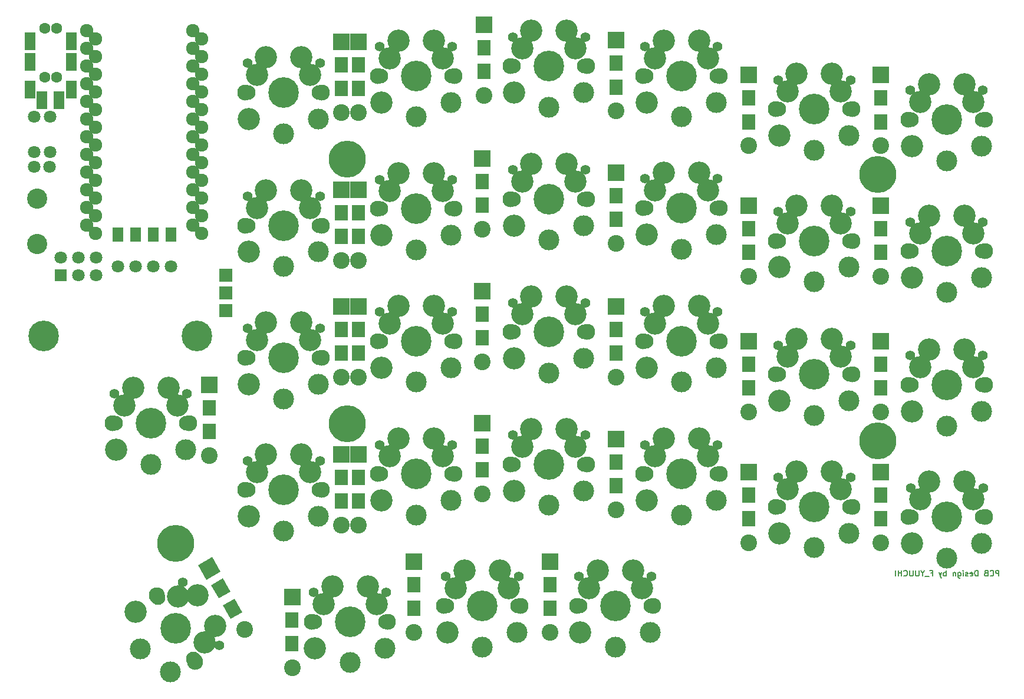
<source format=gbr>
G04 #@! TF.GenerationSoftware,KiCad,Pcbnew,5.1.6-c6e7f7d~87~ubuntu20.04.1*
G04 #@! TF.CreationDate,2020-10-17T21:04:39+01:00*
G04 #@! TF.ProjectId,Lily58,4c696c79-3538-42e6-9b69-6361645f7063,rev?*
G04 #@! TF.SameCoordinates,Original*
G04 #@! TF.FileFunction,Soldermask,Bot*
G04 #@! TF.FilePolarity,Negative*
%FSLAX46Y46*%
G04 Gerber Fmt 4.6, Leading zero omitted, Abs format (unit mm)*
G04 Created by KiCad (PCBNEW 5.1.6-c6e7f7d~87~ubuntu20.04.1) date 2020-10-17 21:04:39*
%MOMM*%
%LPD*%
G01*
G04 APERTURE LIST*
%ADD10C,0.200000*%
%ADD11C,1.600000*%
%ADD12R,1.600000X2.500000*%
%ADD13R,1.900000X2.200000*%
%ADD14C,2.398980*%
%ADD15R,2.398980X2.398980*%
%ADD16C,0.100000*%
%ADD17C,4.400000*%
%ADD18C,5.300000*%
%ADD19R,1.797000X1.797000*%
%ADD20C,1.797000*%
%ADD21C,2.900000*%
%ADD22C,1.924000*%
%ADD23C,1.400000*%
%ADD24C,3.000000*%
%ADD25C,3.200000*%
%ADD26C,2.100000*%
%ADD27C,2.300000*%
%ADD28R,1.924000X1.924000*%
%ADD29R,1.543000X1.035000*%
G04 APERTURE END LIST*
D10*
X223209523Y-119461904D02*
X223209523Y-118661904D01*
X222904761Y-118661904D01*
X222828571Y-118700000D01*
X222790476Y-118738095D01*
X222752380Y-118814285D01*
X222752380Y-118928571D01*
X222790476Y-119004761D01*
X222828571Y-119042857D01*
X222904761Y-119080952D01*
X223209523Y-119080952D01*
X221952380Y-119385714D02*
X221990476Y-119423809D01*
X222104761Y-119461904D01*
X222180952Y-119461904D01*
X222295238Y-119423809D01*
X222371428Y-119347619D01*
X222409523Y-119271428D01*
X222447619Y-119119047D01*
X222447619Y-119004761D01*
X222409523Y-118852380D01*
X222371428Y-118776190D01*
X222295238Y-118700000D01*
X222180952Y-118661904D01*
X222104761Y-118661904D01*
X221990476Y-118700000D01*
X221952380Y-118738095D01*
X221342857Y-119042857D02*
X221228571Y-119080952D01*
X221190476Y-119119047D01*
X221152380Y-119195238D01*
X221152380Y-119309523D01*
X221190476Y-119385714D01*
X221228571Y-119423809D01*
X221304761Y-119461904D01*
X221609523Y-119461904D01*
X221609523Y-118661904D01*
X221342857Y-118661904D01*
X221266666Y-118700000D01*
X221228571Y-118738095D01*
X221190476Y-118814285D01*
X221190476Y-118890476D01*
X221228571Y-118966666D01*
X221266666Y-119004761D01*
X221342857Y-119042857D01*
X221609523Y-119042857D01*
X220200000Y-119461904D02*
X220200000Y-118661904D01*
X220009523Y-118661904D01*
X219895238Y-118700000D01*
X219819047Y-118776190D01*
X219780952Y-118852380D01*
X219742857Y-119004761D01*
X219742857Y-119119047D01*
X219780952Y-119271428D01*
X219819047Y-119347619D01*
X219895238Y-119423809D01*
X220009523Y-119461904D01*
X220200000Y-119461904D01*
X219095238Y-119423809D02*
X219171428Y-119461904D01*
X219323809Y-119461904D01*
X219400000Y-119423809D01*
X219438095Y-119347619D01*
X219438095Y-119042857D01*
X219400000Y-118966666D01*
X219323809Y-118928571D01*
X219171428Y-118928571D01*
X219095238Y-118966666D01*
X219057142Y-119042857D01*
X219057142Y-119119047D01*
X219438095Y-119195238D01*
X218752380Y-119423809D02*
X218676190Y-119461904D01*
X218523809Y-119461904D01*
X218447619Y-119423809D01*
X218409523Y-119347619D01*
X218409523Y-119309523D01*
X218447619Y-119233333D01*
X218523809Y-119195238D01*
X218638095Y-119195238D01*
X218714285Y-119157142D01*
X218752380Y-119080952D01*
X218752380Y-119042857D01*
X218714285Y-118966666D01*
X218638095Y-118928571D01*
X218523809Y-118928571D01*
X218447619Y-118966666D01*
X218066666Y-119461904D02*
X218066666Y-118928571D01*
X218066666Y-118661904D02*
X218104761Y-118700000D01*
X218066666Y-118738095D01*
X218028571Y-118700000D01*
X218066666Y-118661904D01*
X218066666Y-118738095D01*
X217342857Y-118928571D02*
X217342857Y-119576190D01*
X217380952Y-119652380D01*
X217419047Y-119690476D01*
X217495238Y-119728571D01*
X217609523Y-119728571D01*
X217685714Y-119690476D01*
X217342857Y-119423809D02*
X217419047Y-119461904D01*
X217571428Y-119461904D01*
X217647619Y-119423809D01*
X217685714Y-119385714D01*
X217723809Y-119309523D01*
X217723809Y-119080952D01*
X217685714Y-119004761D01*
X217647619Y-118966666D01*
X217571428Y-118928571D01*
X217419047Y-118928571D01*
X217342857Y-118966666D01*
X216961904Y-118928571D02*
X216961904Y-119461904D01*
X216961904Y-119004761D02*
X216923809Y-118966666D01*
X216847619Y-118928571D01*
X216733333Y-118928571D01*
X216657142Y-118966666D01*
X216619047Y-119042857D01*
X216619047Y-119461904D01*
X215628571Y-119461904D02*
X215628571Y-118661904D01*
X215628571Y-118966666D02*
X215552380Y-118928571D01*
X215400000Y-118928571D01*
X215323809Y-118966666D01*
X215285714Y-119004761D01*
X215247619Y-119080952D01*
X215247619Y-119309523D01*
X215285714Y-119385714D01*
X215323809Y-119423809D01*
X215400000Y-119461904D01*
X215552380Y-119461904D01*
X215628571Y-119423809D01*
X214980952Y-118928571D02*
X214790476Y-119461904D01*
X214600000Y-118928571D02*
X214790476Y-119461904D01*
X214866666Y-119652380D01*
X214904761Y-119690476D01*
X214980952Y-119728571D01*
X213419047Y-119042857D02*
X213685714Y-119042857D01*
X213685714Y-119461904D02*
X213685714Y-118661904D01*
X213304761Y-118661904D01*
X213190476Y-119538095D02*
X212580952Y-119538095D01*
X212238095Y-119080952D02*
X212238095Y-119461904D01*
X212504761Y-118661904D02*
X212238095Y-119080952D01*
X211971428Y-118661904D01*
X211704761Y-118661904D02*
X211704761Y-119309523D01*
X211666666Y-119385714D01*
X211628571Y-119423809D01*
X211552380Y-119461904D01*
X211400000Y-119461904D01*
X211323809Y-119423809D01*
X211285714Y-119385714D01*
X211247619Y-119309523D01*
X211247619Y-118661904D01*
X210866666Y-118661904D02*
X210866666Y-119309523D01*
X210828571Y-119385714D01*
X210790476Y-119423809D01*
X210714285Y-119461904D01*
X210561904Y-119461904D01*
X210485714Y-119423809D01*
X210447619Y-119385714D01*
X210409523Y-119309523D01*
X210409523Y-118661904D01*
X209571428Y-119385714D02*
X209609523Y-119423809D01*
X209723809Y-119461904D01*
X209800000Y-119461904D01*
X209914285Y-119423809D01*
X209990476Y-119347619D01*
X210028571Y-119271428D01*
X210066666Y-119119047D01*
X210066666Y-119004761D01*
X210028571Y-118852380D01*
X209990476Y-118776190D01*
X209914285Y-118700000D01*
X209800000Y-118661904D01*
X209723809Y-118661904D01*
X209609523Y-118700000D01*
X209571428Y-118738095D01*
X209228571Y-119461904D02*
X209228571Y-118661904D01*
X209228571Y-119042857D02*
X208771428Y-119042857D01*
X208771428Y-119461904D02*
X208771428Y-118661904D01*
X208390476Y-119461904D02*
X208390476Y-118661904D01*
D11*
X86150000Y-47800000D03*
X86150000Y-40800000D03*
D12*
X84050000Y-49600000D03*
X88250000Y-51100000D03*
X84050000Y-42600000D03*
X84050000Y-45600000D03*
D11*
X87900000Y-40800000D03*
X87900000Y-47800000D03*
D12*
X90000000Y-42600000D03*
X90000000Y-45600000D03*
X90000000Y-49600000D03*
X85800000Y-51100000D03*
D13*
X128750000Y-49450000D03*
X128750000Y-46050000D03*
D14*
X128752540Y-52910000D03*
D15*
X128752540Y-42750000D03*
D16*
G36*
X111777276Y-123694615D02*
G01*
X113422724Y-122744615D01*
X114522724Y-124649871D01*
X112877276Y-125599871D01*
X111777276Y-123694615D01*
G37*
G36*
X110077276Y-120750129D02*
G01*
X111722724Y-119800129D01*
X112822724Y-121705385D01*
X111177276Y-122655385D01*
X110077276Y-120750129D01*
G37*
D14*
X114882200Y-127167421D03*
D16*
G36*
X111440734Y-118807647D02*
G01*
X109363156Y-120007137D01*
X108163666Y-117929559D01*
X110241244Y-116730069D01*
X111440734Y-118807647D01*
G37*
D13*
X131250000Y-108700000D03*
X131250000Y-105300000D03*
D14*
X131252540Y-112160000D03*
D15*
X131252540Y-102000000D03*
D13*
X128750000Y-70700000D03*
X128750000Y-67300000D03*
D14*
X128752540Y-74160000D03*
D15*
X128752540Y-64000000D03*
D13*
X131250000Y-49450000D03*
X131250000Y-46050000D03*
D14*
X131252540Y-52910000D03*
D15*
X131252540Y-42750000D03*
D13*
X149250000Y-46950000D03*
X149250000Y-43550000D03*
D14*
X149252540Y-50410000D03*
D15*
X149252540Y-40250000D03*
D13*
X168250000Y-49200000D03*
X168250000Y-45800000D03*
D14*
X168252540Y-52660000D03*
D15*
X168252540Y-42500000D03*
D13*
X187250000Y-54200000D03*
X187250000Y-50800000D03*
D14*
X187252540Y-57660000D03*
D15*
X187252540Y-47500000D03*
D13*
X206250000Y-54200000D03*
X206250000Y-50800000D03*
D14*
X206252540Y-57660000D03*
D15*
X206252540Y-47500000D03*
D13*
X131252540Y-70652540D03*
X131252540Y-67252540D03*
D14*
X131255080Y-74112540D03*
D15*
X131255080Y-63952540D03*
D13*
X149000000Y-66200000D03*
X149000000Y-62800000D03*
D14*
X149002540Y-69660000D03*
D15*
X149002540Y-59500000D03*
D13*
X168250000Y-68200000D03*
X168250000Y-64800000D03*
D14*
X168252540Y-71660000D03*
D15*
X168252540Y-61500000D03*
D13*
X187250000Y-72950000D03*
X187250000Y-69550000D03*
D14*
X187252540Y-76410000D03*
D15*
X187252540Y-66250000D03*
D13*
X206250000Y-72950000D03*
X206250000Y-69550000D03*
D14*
X206252540Y-76410000D03*
D15*
X206252540Y-66250000D03*
D13*
X128750000Y-87450000D03*
X128750000Y-84050000D03*
D14*
X128752540Y-90910000D03*
D15*
X128752540Y-80750000D03*
D13*
X131250000Y-87450000D03*
X131250000Y-84050000D03*
D14*
X131252540Y-90910000D03*
D15*
X131252540Y-80750000D03*
D13*
X149000000Y-85200000D03*
X149000000Y-81800000D03*
D14*
X149002540Y-88660000D03*
D15*
X149002540Y-78500000D03*
D13*
X168250000Y-87450000D03*
X168250000Y-84050000D03*
D14*
X168252540Y-90910000D03*
D15*
X168252540Y-80750000D03*
D13*
X187250000Y-92450000D03*
X187250000Y-89050000D03*
D14*
X187252540Y-95910000D03*
D15*
X187252540Y-85750000D03*
D13*
X206250000Y-92450000D03*
X206250000Y-89050000D03*
D14*
X206252540Y-95910000D03*
D15*
X206252540Y-85750000D03*
D13*
X128800000Y-108700000D03*
X128800000Y-105300000D03*
D14*
X128802540Y-112160000D03*
D15*
X128802540Y-102000000D03*
D13*
X149000000Y-104200000D03*
X149000000Y-100800000D03*
D14*
X149002540Y-107660000D03*
D15*
X149002540Y-97500000D03*
D13*
X168250000Y-106450000D03*
X168250000Y-103050000D03*
D14*
X168252540Y-109910000D03*
D15*
X168252540Y-99750000D03*
D13*
X187250000Y-111200000D03*
X187250000Y-107800000D03*
D14*
X187252540Y-114660000D03*
D15*
X187252540Y-104500000D03*
D13*
X206250000Y-111200000D03*
X206250000Y-107800000D03*
D14*
X206252540Y-114660000D03*
D15*
X206252540Y-104500000D03*
D13*
X109800000Y-98700000D03*
X109800000Y-95300000D03*
D14*
X109802540Y-102160000D03*
D15*
X109802540Y-92000000D03*
D13*
X121700000Y-129200000D03*
X121700000Y-125800000D03*
D14*
X121702540Y-132660000D03*
D15*
X121702540Y-122500000D03*
D13*
X139200000Y-124100000D03*
X139200000Y-120700000D03*
D14*
X139202540Y-127560000D03*
D15*
X139202540Y-117400000D03*
D13*
X158700000Y-124100000D03*
X158700000Y-120700000D03*
D14*
X158702540Y-127560000D03*
D15*
X158702540Y-117400000D03*
D17*
X108000000Y-85000000D03*
X86000000Y-85000000D03*
D18*
X129600000Y-59600000D03*
X205800000Y-61800000D03*
X129600000Y-97600000D03*
X205800000Y-100000000D03*
X105000000Y-114800000D03*
D19*
X88483973Y-76263759D03*
D20*
X88483973Y-73723759D03*
X91023973Y-76263759D03*
X91023973Y-73723759D03*
X93563973Y-76263759D03*
X93563973Y-73723759D03*
D21*
X85100000Y-71750000D03*
X85100000Y-65250000D03*
D20*
X84688035Y-53499272D03*
X84688035Y-58579272D03*
X86938035Y-53499272D03*
X86938035Y-58579272D03*
X86900000Y-60700000D03*
X84700000Y-60700000D03*
D22*
X93478815Y-47405745D03*
X108718815Y-65185745D03*
X93478815Y-57565745D03*
X108718815Y-55025745D03*
X108718815Y-49945745D03*
X93478815Y-67725745D03*
X108718815Y-47405745D03*
X108718815Y-42325745D03*
X93478815Y-62645745D03*
X108718815Y-70265745D03*
X93478815Y-55025745D03*
X93478815Y-44865745D03*
X93478815Y-49945745D03*
X93478815Y-52485745D03*
X93478815Y-65185745D03*
X93478815Y-60105745D03*
X108718815Y-62645745D03*
X108718815Y-60105745D03*
X93478815Y-70265745D03*
X108718815Y-67725745D03*
X108718815Y-44865745D03*
X93478815Y-42325745D03*
X108718815Y-57565745D03*
X108718815Y-52485745D03*
X92180000Y-41130000D03*
X92180000Y-43670000D03*
X92180000Y-46210000D03*
X92180000Y-48750000D03*
X92180000Y-51290000D03*
X92180000Y-53830000D03*
X92180000Y-56370000D03*
X92180000Y-58910000D03*
X92180000Y-61450000D03*
X92180000Y-63990000D03*
X92180000Y-66530000D03*
X92180000Y-69070000D03*
X107420000Y-69070000D03*
X107420000Y-66530000D03*
X107420000Y-63990000D03*
X107420000Y-61450000D03*
X107420000Y-58910000D03*
X107420000Y-56370000D03*
X107420000Y-53830000D03*
X107420000Y-51290000D03*
X107420000Y-48750000D03*
X107420000Y-46210000D03*
X107420000Y-43670000D03*
X107420000Y-41130000D03*
D23*
X111247307Y-129420653D03*
D24*
X104209103Y-133230127D03*
X99890450Y-129950000D03*
D25*
X99209103Y-124569873D03*
X110669409Y-126659705D03*
X108129409Y-122260295D03*
X109104705Y-129029557D03*
D26*
X107540000Y-131399409D03*
X102460000Y-122600591D03*
D17*
X105000000Y-127000000D03*
D25*
X105294705Y-122430443D03*
D23*
X106027307Y-120379347D03*
D27*
X102250000Y-122236860D03*
X107750000Y-131763140D03*
D23*
X106620000Y-93300000D03*
D24*
X106400000Y-101300000D03*
X101400000Y-103400000D03*
D25*
X96400000Y-101300000D03*
X103940000Y-92420000D03*
X98860000Y-92420000D03*
X105210000Y-94960000D03*
D26*
X106480000Y-97500000D03*
X96320000Y-97500000D03*
D17*
X101400000Y-97500000D03*
D25*
X97590000Y-94960000D03*
D23*
X96180000Y-93300000D03*
D27*
X95900000Y-97500000D03*
X106900000Y-97500000D03*
D28*
X112200000Y-81300000D03*
X112200000Y-78760000D03*
X112200000Y-76220000D03*
D23*
X125720000Y-83900000D03*
D24*
X125500000Y-91900000D03*
X120500000Y-94000000D03*
D25*
X115500000Y-91900000D03*
X123040000Y-83020000D03*
X117960000Y-83020000D03*
X124310000Y-85560000D03*
D26*
X125580000Y-88100000D03*
X115420000Y-88100000D03*
D17*
X120500000Y-88100000D03*
D25*
X116690000Y-85560000D03*
D23*
X115280000Y-83900000D03*
D27*
X115000000Y-88100000D03*
X126000000Y-88100000D03*
D23*
X220920000Y-87800000D03*
D24*
X220700000Y-95800000D03*
X215700000Y-97900000D03*
D25*
X210700000Y-95800000D03*
X218240000Y-86920000D03*
X213160000Y-86920000D03*
X219510000Y-89460000D03*
D26*
X220780000Y-92000000D03*
X210620000Y-92000000D03*
D17*
X215700000Y-92000000D03*
D25*
X211890000Y-89460000D03*
D23*
X210480000Y-87800000D03*
D27*
X210200000Y-92000000D03*
X221200000Y-92000000D03*
D23*
X220970000Y-106800000D03*
D24*
X220750000Y-114800000D03*
X215750000Y-116900000D03*
D25*
X210750000Y-114800000D03*
X218290000Y-105920000D03*
X213210000Y-105920000D03*
X219560000Y-108460000D03*
D26*
X220830000Y-111000000D03*
X210670000Y-111000000D03*
D17*
X215750000Y-111000000D03*
D25*
X211940000Y-108460000D03*
D23*
X210530000Y-106800000D03*
D27*
X210250000Y-111000000D03*
X221250000Y-111000000D03*
D23*
X154220000Y-119550000D03*
D24*
X154000000Y-127550000D03*
X149000000Y-129650000D03*
D25*
X144000000Y-127550000D03*
X151540000Y-118670000D03*
X146460000Y-118670000D03*
X152810000Y-121210000D03*
D26*
X154080000Y-123750000D03*
X143920000Y-123750000D03*
D17*
X149000000Y-123750000D03*
D25*
X145190000Y-121210000D03*
D23*
X143780000Y-119550000D03*
D27*
X143500000Y-123750000D03*
X154500000Y-123750000D03*
D23*
X125720000Y-45800000D03*
D24*
X125500000Y-53800000D03*
X120500000Y-55900000D03*
D25*
X115500000Y-53800000D03*
X123040000Y-44920000D03*
X117960000Y-44920000D03*
X124310000Y-47460000D03*
D26*
X125580000Y-50000000D03*
X115420000Y-50000000D03*
D17*
X120500000Y-50000000D03*
D25*
X116690000Y-47460000D03*
D23*
X115280000Y-45800000D03*
D27*
X115000000Y-50000000D03*
X126000000Y-50000000D03*
D23*
X144720000Y-43400000D03*
D24*
X144500000Y-51400000D03*
X139500000Y-53500000D03*
D25*
X134500000Y-51400000D03*
X142040000Y-42520000D03*
X136960000Y-42520000D03*
X143310000Y-45060000D03*
D26*
X144580000Y-47600000D03*
X134420000Y-47600000D03*
D17*
X139500000Y-47600000D03*
D25*
X135690000Y-45060000D03*
D23*
X134280000Y-43400000D03*
D27*
X134000000Y-47600000D03*
X145000000Y-47600000D03*
D23*
X163820000Y-42010000D03*
D24*
X163600000Y-50010000D03*
X158600000Y-52110000D03*
D25*
X153600000Y-50010000D03*
X161140000Y-41130000D03*
X156060000Y-41130000D03*
X162410000Y-43670000D03*
D26*
X163680000Y-46210000D03*
X153520000Y-46210000D03*
D17*
X158600000Y-46210000D03*
D25*
X154790000Y-43670000D03*
D23*
X153380000Y-42010000D03*
D27*
X153100000Y-46210000D03*
X164100000Y-46210000D03*
D23*
X182820000Y-43400000D03*
D24*
X182600000Y-51400000D03*
X177600000Y-53500000D03*
D25*
X172600000Y-51400000D03*
X180140000Y-42520000D03*
X175060000Y-42520000D03*
X181410000Y-45060000D03*
D26*
X182680000Y-47600000D03*
X172520000Y-47600000D03*
D17*
X177600000Y-47600000D03*
D25*
X173790000Y-45060000D03*
D23*
X172380000Y-43400000D03*
D27*
X172100000Y-47600000D03*
X183100000Y-47600000D03*
D23*
X201920000Y-48200000D03*
D24*
X201700000Y-56200000D03*
X196700000Y-58300000D03*
D25*
X191700000Y-56200000D03*
X199240000Y-47320000D03*
X194160000Y-47320000D03*
X200510000Y-49860000D03*
D26*
X201780000Y-52400000D03*
X191620000Y-52400000D03*
D17*
X196700000Y-52400000D03*
D25*
X192890000Y-49860000D03*
D23*
X191480000Y-48200000D03*
D27*
X191200000Y-52400000D03*
X202200000Y-52400000D03*
D23*
X220920000Y-49700000D03*
D24*
X220700000Y-57700000D03*
X215700000Y-59800000D03*
D25*
X210700000Y-57700000D03*
X218240000Y-48820000D03*
X213160000Y-48820000D03*
X219510000Y-51360000D03*
D26*
X220780000Y-53900000D03*
X210620000Y-53900000D03*
D17*
X215700000Y-53900000D03*
D25*
X211890000Y-51360000D03*
D23*
X210480000Y-49700000D03*
D27*
X210200000Y-53900000D03*
X221200000Y-53900000D03*
D23*
X125720000Y-64900000D03*
D24*
X125500000Y-72900000D03*
X120500000Y-75000000D03*
D25*
X115500000Y-72900000D03*
X123040000Y-64020000D03*
X117960000Y-64020000D03*
X124310000Y-66560000D03*
D26*
X125580000Y-69100000D03*
X115420000Y-69100000D03*
D17*
X120500000Y-69100000D03*
D25*
X116690000Y-66560000D03*
D23*
X115280000Y-64900000D03*
D27*
X115000000Y-69100000D03*
X126000000Y-69100000D03*
D23*
X144720000Y-62500000D03*
D24*
X144500000Y-70500000D03*
X139500000Y-72600000D03*
D25*
X134500000Y-70500000D03*
X142040000Y-61620000D03*
X136960000Y-61620000D03*
X143310000Y-64160000D03*
D26*
X144580000Y-66700000D03*
X134420000Y-66700000D03*
D17*
X139500000Y-66700000D03*
D25*
X135690000Y-64160000D03*
D23*
X134280000Y-62500000D03*
D27*
X134000000Y-66700000D03*
X145000000Y-66700000D03*
D23*
X163820000Y-61100000D03*
D24*
X163600000Y-69100000D03*
X158600000Y-71200000D03*
D25*
X153600000Y-69100000D03*
X161140000Y-60220000D03*
X156060000Y-60220000D03*
X162410000Y-62760000D03*
D26*
X163680000Y-65300000D03*
X153520000Y-65300000D03*
D17*
X158600000Y-65300000D03*
D25*
X154790000Y-62760000D03*
D23*
X153380000Y-61100000D03*
D27*
X153100000Y-65300000D03*
X164100000Y-65300000D03*
D23*
X182820000Y-62400000D03*
D24*
X182600000Y-70400000D03*
X177600000Y-72500000D03*
D25*
X172600000Y-70400000D03*
X180140000Y-61520000D03*
X175060000Y-61520000D03*
X181410000Y-64060000D03*
D26*
X182680000Y-66600000D03*
X172520000Y-66600000D03*
D17*
X177600000Y-66600000D03*
D25*
X173790000Y-64060000D03*
D23*
X172380000Y-62400000D03*
D27*
X172100000Y-66600000D03*
X183100000Y-66600000D03*
D23*
X201920000Y-67100000D03*
D24*
X201700000Y-75100000D03*
X196700000Y-77200000D03*
D25*
X191700000Y-75100000D03*
X199240000Y-66220000D03*
X194160000Y-66220000D03*
X200510000Y-68760000D03*
D26*
X201780000Y-71300000D03*
X191620000Y-71300000D03*
D17*
X196700000Y-71300000D03*
D25*
X192890000Y-68760000D03*
D23*
X191480000Y-67100000D03*
D27*
X191200000Y-71300000D03*
X202200000Y-71300000D03*
D23*
X220920000Y-68600000D03*
D24*
X220700000Y-76600000D03*
X215700000Y-78700000D03*
D25*
X210700000Y-76600000D03*
X218240000Y-67720000D03*
X213160000Y-67720000D03*
X219510000Y-70260000D03*
D26*
X220780000Y-72800000D03*
X210620000Y-72800000D03*
D17*
X215700000Y-72800000D03*
D25*
X211890000Y-70260000D03*
D23*
X210480000Y-68600000D03*
D27*
X210200000Y-72800000D03*
X221200000Y-72800000D03*
D23*
X144720000Y-81500000D03*
D24*
X144500000Y-89500000D03*
X139500000Y-91600000D03*
D25*
X134500000Y-89500000D03*
X142040000Y-80620000D03*
X136960000Y-80620000D03*
X143310000Y-83160000D03*
D26*
X144580000Y-85700000D03*
X134420000Y-85700000D03*
D17*
X139500000Y-85700000D03*
D25*
X135690000Y-83160000D03*
D23*
X134280000Y-81500000D03*
D27*
X134000000Y-85700000D03*
X145000000Y-85700000D03*
D23*
X163820000Y-80200000D03*
D24*
X163600000Y-88200000D03*
X158600000Y-90300000D03*
D25*
X153600000Y-88200000D03*
X161140000Y-79320000D03*
X156060000Y-79320000D03*
X162410000Y-81860000D03*
D26*
X163680000Y-84400000D03*
X153520000Y-84400000D03*
D17*
X158600000Y-84400000D03*
D25*
X154790000Y-81860000D03*
D23*
X153380000Y-80200000D03*
D27*
X153100000Y-84400000D03*
X164100000Y-84400000D03*
D23*
X182820000Y-81500000D03*
D24*
X182600000Y-89500000D03*
X177600000Y-91600000D03*
D25*
X172600000Y-89500000D03*
X180140000Y-80620000D03*
X175060000Y-80620000D03*
X181410000Y-83160000D03*
D26*
X182680000Y-85700000D03*
X172520000Y-85700000D03*
D17*
X177600000Y-85700000D03*
D25*
X173790000Y-83160000D03*
D23*
X172380000Y-81500000D03*
D27*
X172100000Y-85700000D03*
X183100000Y-85700000D03*
D23*
X201920000Y-86300000D03*
D24*
X201700000Y-94300000D03*
X196700000Y-96400000D03*
D25*
X191700000Y-94300000D03*
X199240000Y-85420000D03*
X194160000Y-85420000D03*
X200510000Y-87960000D03*
D26*
X201780000Y-90500000D03*
X191620000Y-90500000D03*
D17*
X196700000Y-90500000D03*
D25*
X192890000Y-87960000D03*
D23*
X191480000Y-86300000D03*
D27*
X191200000Y-90500000D03*
X202200000Y-90500000D03*
D23*
X125720000Y-102900000D03*
D24*
X125500000Y-110900000D03*
X120500000Y-113000000D03*
D25*
X115500000Y-110900000D03*
X123040000Y-102020000D03*
X117960000Y-102020000D03*
X124310000Y-104560000D03*
D26*
X125580000Y-107100000D03*
X115420000Y-107100000D03*
D17*
X120500000Y-107100000D03*
D25*
X116690000Y-104560000D03*
D23*
X115280000Y-102900000D03*
D27*
X115000000Y-107100000D03*
X126000000Y-107100000D03*
D23*
X144720000Y-100600000D03*
D24*
X144500000Y-108600000D03*
X139500000Y-110700000D03*
D25*
X134500000Y-108600000D03*
X142040000Y-99720000D03*
X136960000Y-99720000D03*
X143310000Y-102260000D03*
D26*
X144580000Y-104800000D03*
X134420000Y-104800000D03*
D17*
X139500000Y-104800000D03*
D25*
X135690000Y-102260000D03*
D23*
X134280000Y-100600000D03*
D27*
X134000000Y-104800000D03*
X145000000Y-104800000D03*
D23*
X163820000Y-99200000D03*
D24*
X163600000Y-107200000D03*
X158600000Y-109300000D03*
D25*
X153600000Y-107200000D03*
X161140000Y-98320000D03*
X156060000Y-98320000D03*
X162410000Y-100860000D03*
D26*
X163680000Y-103400000D03*
X153520000Y-103400000D03*
D17*
X158600000Y-103400000D03*
D25*
X154790000Y-100860000D03*
D23*
X153380000Y-99200000D03*
D27*
X153100000Y-103400000D03*
X164100000Y-103400000D03*
D23*
X182820000Y-100600000D03*
D24*
X182600000Y-108600000D03*
X177600000Y-110700000D03*
D25*
X172600000Y-108600000D03*
X180140000Y-99720000D03*
X175060000Y-99720000D03*
X181410000Y-102260000D03*
D26*
X182680000Y-104800000D03*
X172520000Y-104800000D03*
D17*
X177600000Y-104800000D03*
D25*
X173790000Y-102260000D03*
D23*
X172380000Y-100600000D03*
D27*
X172100000Y-104800000D03*
X183100000Y-104800000D03*
D23*
X201920000Y-105300000D03*
D24*
X201700000Y-113300000D03*
X196700000Y-115400000D03*
D25*
X191700000Y-113300000D03*
X199240000Y-104420000D03*
X194160000Y-104420000D03*
X200510000Y-106960000D03*
D26*
X201780000Y-109500000D03*
X191620000Y-109500000D03*
D17*
X196700000Y-109500000D03*
D25*
X192890000Y-106960000D03*
D23*
X191480000Y-105300000D03*
D27*
X191200000Y-109500000D03*
X202200000Y-109500000D03*
D23*
X135220000Y-121800000D03*
D24*
X135000000Y-129800000D03*
X130000000Y-131900000D03*
D25*
X125000000Y-129800000D03*
X132540000Y-120920000D03*
X127460000Y-120920000D03*
X133810000Y-123460000D03*
D26*
X135080000Y-126000000D03*
X124920000Y-126000000D03*
D17*
X130000000Y-126000000D03*
D25*
X126190000Y-123460000D03*
D23*
X124780000Y-121800000D03*
D27*
X124500000Y-126000000D03*
X135500000Y-126000000D03*
D23*
X173320000Y-119550000D03*
D24*
X173100000Y-127550000D03*
X168100000Y-129650000D03*
D25*
X163100000Y-127550000D03*
X170640000Y-118670000D03*
X165560000Y-118670000D03*
X171910000Y-121210000D03*
D26*
X173180000Y-123750000D03*
X163020000Y-123750000D03*
D17*
X168100000Y-123750000D03*
D25*
X164290000Y-121210000D03*
D23*
X162880000Y-119550000D03*
D27*
X162600000Y-123750000D03*
X173600000Y-123750000D03*
D29*
X104300000Y-69899620D03*
X104300000Y-70900380D03*
X101800000Y-70900380D03*
X101800000Y-69899620D03*
X99200000Y-69899620D03*
X99200000Y-70900380D03*
X96700000Y-70900380D03*
X96700000Y-69899620D03*
D20*
X96700000Y-75000000D03*
X99240000Y-75000000D03*
X101780000Y-75000000D03*
X104320000Y-75000000D03*
M02*

</source>
